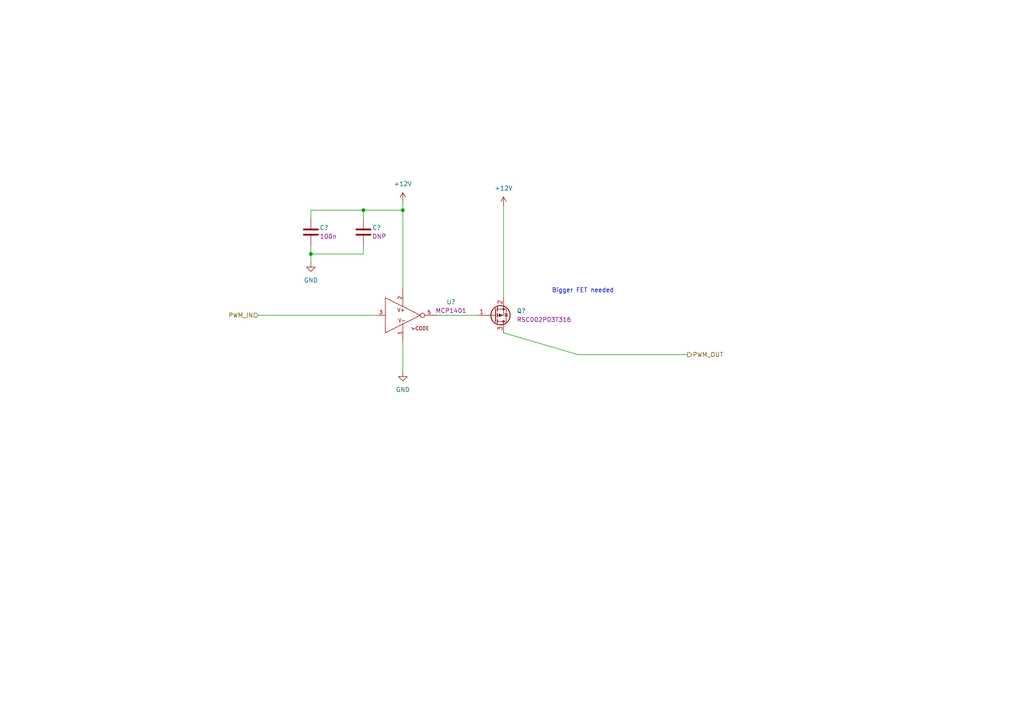
<source format=kicad_sch>
(kicad_sch (version 20211123) (generator eeschema)
  (paper "A4")
  (title_block (title "Gear Display Board") (date "2022-08-07") (rev "1.0") (company "Kallio Designs Oy") (comment 1 "Teemu Latonen") (comment 2 "ASSEMBLY_PN") (comment 3 "PCB_PN"))
  (lib_symbols
    (symbol "KD_Capacitor:C_0603_100n_X7R_50V" (pin_numbers hide) (pin_names hide)
      (property "Reference" "C" (at 2.54 1.27 0))
      (property "Code" "100n" (at 2.54 -1.27 0))
      (symbol "C_0603_100n_X7R_50V_0_1"
        (polyline (pts (xy -2.032 -0.762) (xy 2.032 -0.762)) (stroke (width 0.508)))
        (polyline (pts (xy -2.032 0.762) (xy 2.032 0.762)) (stroke (width 0.508)))
      )
      (symbol "C_0603_100n_X7R_50V_1_1"
        (pin passive line (at 0 3.81 270) (length 2.794) (name "~") (number "1"))
        (pin passive line (at 0 -3.81 90) (length 2.794) (name "~") (number "2"))
      )
    )
    (symbol "KD_Capacitor:C_0805_DNP" (pin_numbers hide) (pin_names hide)
      (property "Reference" "C" (at 2.54 1.27 0))
      (property "Code" "DNP" (at 2.54 -1.27 0))
      (symbol "C_0805_DNP_0_1"
        (polyline (pts (xy -2.032 -0.762) (xy 2.032 -0.762)) (stroke (width 0.508)))
        (polyline (pts (xy -2.032 0.762) (xy 2.032 0.762)) (stroke (width 0.508)))
      )
      (symbol "C_0805_DNP_1_1"
        (pin passive line (at 0 3.81 270) (length 2.794) (name "~") (number "1"))
        (pin passive line (at 0 -3.81 90) (length 2.794) (name "~") (number "2"))
      )
    )
    (symbol "KD_IC_Buffer_Driver_Interface:Gate_Driver_MCP1401T-E-OT" (pin_names hide)
      (property "Reference" "U" (at 2.54 6.35 0))
      (property "Code" "MCP1401" (at 2.54 3.81 0))
      (symbol "Gate_Driver_MCP1401T-E-OT_1_0"
        (polyline (pts (xy -5.08 -5.08) (xy -5.08 5.08)))
        (polyline (pts (xy -5.08 5.08) (xy 5.08 0)))
        (polyline (pts (xy 5.08 0) (xy -5.08 -5.08)))
        (text ">CODE" (at 4.9784 -3.81 0) (effects (font (size 1.016 1.016))))
        (text "V+" (at -0.508 1.524 0) (effects (font (size 1.016 1.016))))
        (text "V-" (at -0.254 -1.524 0) (effects (font (size 1.016 1.016))))
      )
      (symbol "Gate_Driver_MCP1401T-E-OT_1_1"
        (pin bidirectional line (at 0 -7.62 90) (length 5.08) (name "GND") (number "1"))
        (pin bidirectional line (at 0 7.62 270) (length 5.08) (name "VCC") (number "2"))
        (pin input line (at -7.62 0 0) (length 2.54) (name "IN") (number "3"))
        (pin bidirectional line (at 0 -7.62 90) (length 5.08) hide (name "GND") (number "4"))
        (pin output inverted (at 10.16 0 180) (length 5.08) (name "OUT") (number "5"))
      )
    )
    (symbol "KD_Transistor_FET:PMOS_30V_250mA_RSC002P03T316" (pin_names hide)
      (property "Reference" "Q" (at 5.08 1.27 0))
      (property "Code" "RSC002P03T316" (at 5.08 -1.27 0))
      (symbol "PMOS_30V_250mA_RSC002P03T316_0_1"
        (circle (center -0.889 0) (radius 2.794) (stroke (width 0.254)))
        (circle (center 0 -1.778) (radius 0.254) (fill (type outline)))
        (polyline (pts (xy -2.286 0) (xy -5.08 0)))
        (polyline (pts (xy -2.286 1.905) (xy -2.286 -1.905)) (stroke (width 0.254)))
        (polyline (pts (xy -1.778 -1.27) (xy -1.778 -2.286)) (stroke (width 0.254)))
        (polyline (pts (xy -1.778 0.508) (xy -1.778 -0.508)) (stroke (width 0.254)))
        (polyline (pts (xy -1.778 2.286) (xy -1.778 1.27)) (stroke (width 0.254)))
        (polyline (pts (xy 0 2.54) (xy 0 1.778)))
        (polyline (pts (xy 0 -2.54) (xy 0 0) (xy -1.778 0)))
        (polyline (pts (xy -1.778 1.778) (xy 0.762 1.778) (xy 0.762 -1.778) (xy -1.778 -1.778)))
        (polyline (pts (xy -0.254 0) (xy -1.27 0.381) (xy -1.27 -0.381) (xy -0.254 0)) (fill (type outline)))
        (polyline (pts (xy 0.254 -0.508) (xy 0.381 -0.381) (xy 1.143 -0.381) (xy 1.27 -0.254)))
        (polyline (pts (xy 0.762 -0.381) (xy 0.381 0.254) (xy 1.143 0.254) (xy 0.762 -0.381)))
        (circle (center 0 1.778) (radius 0.254) (fill (type outline)))
      )
      (symbol "PMOS_30V_250mA_RSC002P03T316_1_1"
        (pin input line (at -7.62 0 0) (length 2.54) (name "G") (number "1"))
        (pin passive line (at 0 -5.08 90) (length 2.54) (name "S") (number "2"))
        (pin passive line (at 0 5.08 270) (length 2.54) (name "D") (number "3"))
      )
    )
    (symbol "power:+12V" (power) (pin_names (offset 0))
      (property "Value" "+12V" (at 0 3.556 0))
      (symbol "+12V_0_1"
        (polyline (pts (xy -0.762 1.27) (xy 0 2.54)))
        (polyline (pts (xy 0 0) (xy 0 2.54)))
        (polyline (pts (xy 0 2.54) (xy 0.762 1.27)))
      )
      (symbol "+12V_1_1"
        (pin power_in line (at 0 0 90) (length 0) hide (name "+12V") (number "1"))
      )
    )
    (symbol "power:GND" (power) (pin_names (offset 0))
      (property "Value" "GND" (at 0 -3.81 0))
      (symbol "GND_0_1"
        (polyline (pts (xy 0 0) (xy 0 -1.27) (xy 1.27 -1.27) (xy 0 -2.54) (xy -1.27 -1.27) (xy 0 -1.27)))
      )
      (symbol "GND_1_1"
        (pin power_in line (at 0 0 270) (length 0) hide (name "GND") (number "1"))
      )
    )
  )
  (junction (at 116.84 60.96))
  (junction (at 105.41 60.96))
  (junction (at 90.17 73.66))
  (wire (pts (xy 116.84 99.06) (xy 116.84 107.95)))
  (wire (pts (xy 116.84 60.96) (xy 116.84 83.82)))
  (wire (pts (xy 90.17 73.66) (xy 90.17 76.2)))
  (wire (pts (xy 90.17 73.66) (xy 105.41 73.66)))
  (wire (pts (xy 146.05 96.52) (xy 167.64 102.87)))
  (wire (pts (xy 105.41 63.5) (xy 105.41 60.96)))
  (wire (pts (xy 127 91.44) (xy 138.43 91.44)))
  (wire (pts (xy 146.05 59.69) (xy 146.05 86.36)))
  (wire (pts (xy 74.93 91.44) (xy 109.22 91.44)))
  (wire (pts (xy 105.41 60.96) (xy 116.84 60.96)))
  (wire (pts (xy 90.17 63.5) (xy 90.17 60.96)))
  (wire (pts (xy 90.17 71.12) (xy 90.17 73.66)))
  (wire (pts (xy 90.17 60.96) (xy 105.41 60.96)))
  (wire (pts (xy 167.64 102.87) (xy 199.39 102.87)))
  (wire (pts (xy 116.84 58.42) (xy 116.84 60.96)))
  (wire (pts (xy 105.41 71.12) (xy 105.41 73.66)))
  (text "Bigger FET needed" (at 160.02 85.09 0) (effects (font (size 1.27 1.27)) (justify left bottom)))
  (hierarchical_label "PWM_OUT" (shape output) (at 199.39 102.87 0))
  (hierarchical_label "PWM_IN" (shape input) (at 74.93 91.44 180))
  (symbol (lib_id "KD_Capacitor:C_0805_DNP") (at 105.41 67.31 0) (unit 1)
    (property "Reference" "C?" (at 107.95 66.04 0) (effects (justify left)))
    (property "Value" "C_0805_1u_X7R_25V" (effects hide))
    (property "Footprint" "KD_Capacitor:C_0805_2012Metric_DNP" (effects hide))
    (property "Datasheet" "https://api.kemet.com/component-edge/download/datasheet/CBR08C279B5GAC.pdf" (effects hide))
    (property "Code" "DNP" (at 107.95 68.58 0) (effects (justify left)))
    (property "Manufacturer" "DNP" (effects hide))
    (property "MFG_PartNo" "DNP" (effects hide))
    (property "Supplier" "DNP" (effects hide))
    (property "Supplier_PartNo" "DNP" (effects hide))
    (property "DNP" "T" (effects hide))
    (property "Price" "0.00" (effects hide))
  )
  (symbol (lib_id "KD_Transistor_FET:PMOS_30V_250mA_RSC002P03T316") (at 146.05 91.44 0) (mirror x) (unit 1)
    (property "Reference" "Q?" (at 149.86 90.1699 0) (effects (justify left)))
    (property "Value" "PMOS_30V_250mA_RSC002P03T316" (effects hide))
    (property "Footprint" "KD_Package_TO_SOT_SMD:SOT95P230X100-3N" (effects hide))
    (property "Datasheet" "https://media.digikey.com/pdf/Data%20Sheets/Rohm%20PDFs/RSC002P03.pdf" (effects hide))
    (property "Code" "RSC002P03T316" (at 149.86 92.7099 0) (effects (justify left)))
    (property "Manufacturer" "Rohm Semiconductor" (effects hide))
    (property "MFG_PartNo" "RSC002P03T316" (effects hide))
    (property "Supplier" "Digi-Key" (effects hide))
    (property "Supplier_PartNo" "RSC002P03T316CT-ND" (effects hide))
    (property "DNP" "F" (effects hide))
    (property "Price" "0.25" (effects hide))
  )
  (symbol (lib_id "KD_IC_Buffer_Driver_Interface:Gate_Driver_MCP1401T-E-OT") (at 116.84 91.44 0) (unit 1)
    (property "Reference" "U?" (at 130.81 87.5792 0))
    (property "Value" "Gate_Driver_MCP1401T-E-OT" (effects hide))
    (property "Footprint" "KD_Package_TO_SOT_SMD:SOT95P280X145-5N_SOT23-5" (effects hide))
    (property "Datasheet" "https://ww1.microchip.com/downloads/en/DeviceDoc/20002052D.pdf" (effects hide))
    (property "Code" "MCP1401" (at 130.81 90.1192 0))
    (property "Manufacturer" "Microchip Technology" (effects hide))
    (property "MFG_PartNo" "MCP1401T-E/OT" (effects hide))
    (property "Supplier" "Digi-Key" (effects hide))
    (property "Supplier_PartNo" "MCP1401T-E/OTCT-ND" (effects hide))
    (property "DNP" "F" (effects hide))
    (property "Price" "0.7" (effects hide))
  )
  (symbol (lib_id "power:GND") (at 116.84 107.95 0) (unit 1)
    (property "Reference" "#PWR?" (effects hide))
    (property "Value" "GND" (at 116.84 113.03 0))
  )
  (symbol (lib_id "power:GND") (at 90.17 76.2 0) (unit 1)
    (property "Reference" "#PWR?" (effects hide))
    (property "Value" "GND" (at 90.17 81.28 0))
  )
  (symbol (lib_id "power:+12V") (at 116.84 58.42 0) (unit 1)
    (property "Reference" "#PWR?" (effects hide))
    (property "Value" "+12V" (at 116.84 53.34 0))
  )
  (symbol (lib_id "KD_Capacitor:C_0603_100n_X7R_50V") (at 90.17 67.31 0) (unit 1)
    (property "Reference" "C?" (at 92.71 66.04 0) (effects (justify left)))
    (property "Value" "C_0603_100n_X7R_50V" (effects hide))
    (property "Footprint" "KD_Capacitor:C_0603_1608Metric" (effects hide))
    (property "Datasheet" "http://www.samsungsem.com/kr/support/product-search/mlcc/CL10B104KB8NNWC.jsp" (effects hide))
    (property "Code" "100n" (at 92.71 68.58 0) (effects (justify left)))
    (property "Manufacturer" "Samsung" (effects hide))
    (property "MFG_PartNo" "CL10B104KB8NNWC" (effects hide))
    (property "Supplier" "Digi-Key" (effects hide))
    (property "Supplier_PartNo" "1276-1935-1-ND" (effects hide))
    (property "DNP" "F" (effects hide))
    (property "Price" "0.01" (effects hide))
  )
  (symbol (lib_id "power:+12V") (at 146.05 59.69 0) (unit 1)
    (property "Reference" "#PWR?" (effects hide))
    (property "Value" "+12V" (at 146.05 54.61 0))
  )
)
</source>
